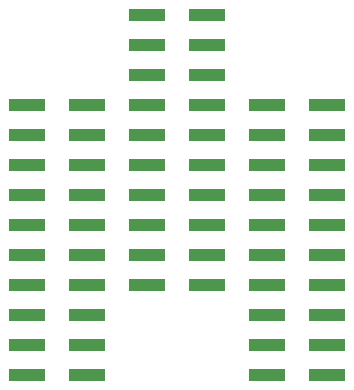
<source format=gbr>
G04 #@! TF.GenerationSoftware,KiCad,Pcbnew,5.1.7-a382d34a8~87~ubuntu18.04.1*
G04 #@! TF.CreationDate,2020-10-22T16:54:02+03:00*
G04 #@! TF.ProjectId,FreeSmart157AAC_29mm_devboard_5r_smd,46726565-536d-4617-9274-313537414143,rev?*
G04 #@! TF.SameCoordinates,Original*
G04 #@! TF.FileFunction,Paste,Bot*
G04 #@! TF.FilePolarity,Positive*
%FSLAX46Y46*%
G04 Gerber Fmt 4.6, Leading zero omitted, Abs format (unit mm)*
G04 Created by KiCad (PCBNEW 5.1.7-a382d34a8~87~ubuntu18.04.1) date 2020-10-22 16:54:02*
%MOMM*%
%LPD*%
G01*
G04 APERTURE LIST*
%ADD10R,3.150000X1.000000*%
G04 APERTURE END LIST*
D10*
X2525000Y15240000D03*
X-2525000Y15240000D03*
X2525000Y12700000D03*
X-2525000Y12700000D03*
X2525000Y10160000D03*
X-2525000Y10160000D03*
X2525000Y7620000D03*
X-2525000Y7620000D03*
X2525000Y5080000D03*
X-2525000Y5080000D03*
X2525000Y2540000D03*
X-2525000Y2540000D03*
X2525000Y0D03*
X-2525000Y0D03*
X2525000Y-2540000D03*
X-2525000Y-2540000D03*
X2525000Y-5080000D03*
X-2525000Y-5080000D03*
X2525000Y-7620000D03*
X-2525000Y-7620000D03*
X12685000Y7620000D03*
X7635000Y7620000D03*
X12685000Y5080000D03*
X7635000Y5080000D03*
X12685000Y2540000D03*
X7635000Y2540000D03*
X12685000Y0D03*
X7635000Y0D03*
X12685000Y-2540000D03*
X7635000Y-2540000D03*
X12685000Y-5080000D03*
X7635000Y-5080000D03*
X12685000Y-7620000D03*
X7635000Y-7620000D03*
X12685000Y-10160000D03*
X7635000Y-10160000D03*
X12685000Y-12700000D03*
X7635000Y-12700000D03*
X12685000Y-15240000D03*
X7635000Y-15240000D03*
X-7635000Y7620000D03*
X-12685000Y7620000D03*
X-7635000Y5080000D03*
X-12685000Y5080000D03*
X-7635000Y2540000D03*
X-12685000Y2540000D03*
X-7635000Y0D03*
X-12685000Y0D03*
X-7635000Y-2540000D03*
X-12685000Y-2540000D03*
X-7635000Y-5080000D03*
X-12685000Y-5080000D03*
X-7635000Y-7620000D03*
X-12685000Y-7620000D03*
X-7635000Y-10160000D03*
X-12685000Y-10160000D03*
X-7635000Y-12700000D03*
X-12685000Y-12700000D03*
X-7635000Y-15240000D03*
X-12685000Y-15240000D03*
M02*

</source>
